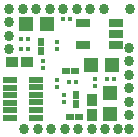
<source format=gbr>
%FSLAX35Y35*%
%MOIN*%
G04 EasyPC Gerber Version 18.0.9 Build 3640 *
%ADD23R,0.01600X0.01600*%
%ADD120R,0.02400X0.02600*%
%ADD117R,0.03400X0.04100*%
%ADD103R,0.04537X0.04891*%
%ADD21R,0.01600X0.01600*%
%ADD133R,0.04537X0.01860*%
%ADD22R,0.02600X0.02400*%
%ADD25C,0.03400*%
%ADD132R,0.04931X0.02962*%
%ADD98R,0.04100X0.03400*%
%ADD100R,0.04891X0.04537*%
X0Y0D02*
D02*
D21*
X6550Y29250D03*
X6650Y32750D03*
X8850Y29250D03*
X8950Y32750D03*
X20750Y39250D03*
X22650Y18450D03*
X23050Y39250D03*
X24950Y18450D03*
X35250Y19250D03*
X37550D03*
D02*
D22*
X21750Y22050D03*
X23150Y6750D03*
X24750Y22050D03*
X26150Y6750D03*
D02*
D23*
X13950Y22850D03*
Y25150D03*
X18550Y29350D03*
Y31650D03*
X18750Y16550D03*
Y18850D03*
X20950Y11650D03*
Y13950D03*
X31450Y16950D03*
Y19250D03*
D02*
D25*
X2750Y29250D03*
Y33750D03*
Y38250D03*
Y42750D03*
X7250D03*
X7750Y2750D03*
X11750Y42750D03*
X12250Y2750D03*
X16250Y42750D03*
X16750Y2750D03*
X20750Y42750D03*
X21250Y2750D03*
X25250Y42750D03*
X25750Y2750D03*
X29750Y42750D03*
X30250Y2750D03*
X34250Y42750D03*
X34750Y2750D03*
X38950D03*
X42750D03*
Y7250D03*
Y11750D03*
Y16250D03*
Y20750D03*
Y25250D03*
Y29750D03*
X42850Y42750D03*
D02*
D98*
X3700Y24950D03*
X8800D03*
D02*
D100*
X8450Y37550D03*
X15450D03*
X29850Y23950D03*
X36850D03*
D02*
D103*
X36350Y7750D03*
Y14750D03*
D02*
D117*
X30350Y7300D03*
Y12400D03*
D02*
D120*
X13450Y28750D03*
Y31750D03*
X24850Y10850D03*
Y13850D03*
D02*
D132*
X27341Y30507D03*
Y37987D03*
X38365Y30507D03*
Y34247D03*
Y37987D03*
D02*
D133*
X3032Y6312D03*
Y8832D03*
Y11352D03*
Y13871D03*
Y16391D03*
Y18911D03*
X11693Y6312D03*
Y8989D03*
Y11509D03*
Y14029D03*
Y16548D03*
Y19068D03*
X0Y0D02*
M02*

</source>
